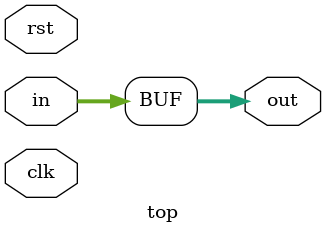
<source format=v>
module top(
    input [3:0] in,
    output [3:0] out,
    input clk,
    input rst
    );
    assign out = in;
endmodule

</source>
